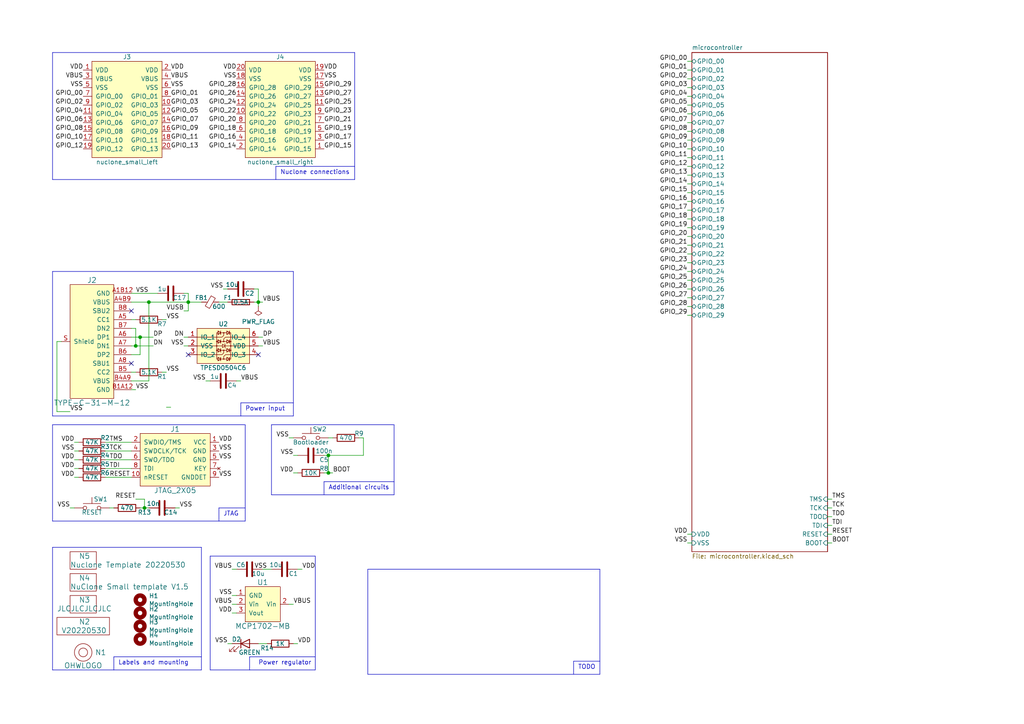
<source format=kicad_sch>
(kicad_sch (version 20230121) (generator eeschema)
  (paper "A4")
  (lib_symbols
    (symbol "Device:C" (pin_numbers hide) (pin_names (offset 0.254))
      (property "Reference" "C" (at 0.635 2.54 0))
      (property "Value" "C" (at 0.635 -2.54 0))
      (symbol "C_0_1"
        (polyline (pts (xy -2.032 -0.762) (xy 2.032 -0.762)) (stroke (width 0.508)))
        (polyline (pts (xy -2.032 0.762) (xy 2.032 0.762)) (stroke (width 0.508)))
      )
      (symbol "C_1_1"
        (pin passive line (at 0 3.81 270) (length 2.794) (name "~") (number "1"))
        (pin passive line (at 0 -3.81 90) (length 2.794) (name "~") (number "2"))
      )
    )
    (symbol "Device:FerriteBead_Small" (pin_numbers hide) (pin_names (offset 0))
      (property "Reference" "FB" (at 1.905 1.27 0))
      (property "Value" "FerriteBead_Small" (at 1.905 -1.27 0))
      (symbol "FerriteBead_Small_0_1"
        (polyline (pts (xy 0 -1.27) (xy 0 -0.7874)))
        (polyline (pts (xy 0 0.889) (xy 0 1.2954)))
        (polyline (pts (xy -1.8288 0.2794) (xy -1.1176 1.4986) (xy 1.8288 -0.2032) (xy 1.1176 -1.4224) (xy -1.8288 0.2794)))
      )
      (symbol "FerriteBead_Small_1_1"
        (pin passive line (at 0 2.54 270) (length 1.27) (name "~") (number "1"))
        (pin passive line (at 0 -2.54 90) (length 1.27) (name "~") (number "2"))
      )
    )
    (symbol "Device:Fuse" (pin_numbers hide) (pin_names (offset 0))
      (property "Reference" "F" (at 2.032 0 90))
      (property "Value" "Fuse" (at -1.905 0 90))
      (symbol "Fuse_0_1"
        (rectangle (start -0.762 -2.54) (end 0.762 2.54) (stroke (width 0.254)))
        (polyline (pts (xy 0 2.54) (xy 0 -2.54)))
      )
      (symbol "Fuse_1_1"
        (pin passive line (at 0 3.81 270) (length 1.27) (name "~") (number "1"))
        (pin passive line (at 0 -3.81 90) (length 1.27) (name "~") (number "2"))
      )
    )
    (symbol "Device:LED" (pin_numbers hide) (pin_names (offset 1.016) hide)
      (property "Reference" "D" (at 0 2.54 0))
      (property "Value" "LED" (at 0 -2.54 0))
      (symbol "LED_0_1"
        (polyline (pts (xy -1.27 -1.27) (xy -1.27 1.27)) (stroke (width 0.254)))
        (polyline (pts (xy -1.27 0) (xy 1.27 0)))
        (polyline (pts (xy 1.27 -1.27) (xy 1.27 1.27) (xy -1.27 0) (xy 1.27 -1.27)) (stroke (width 0.254)))
        (polyline (pts (xy -3.048 -0.762) (xy -4.572 -2.286) (xy -3.81 -2.286) (xy -4.572 -2.286) (xy -4.572 -1.524)))
        (polyline (pts (xy -1.778 -0.762) (xy -3.302 -2.286) (xy -2.54 -2.286) (xy -3.302 -2.286) (xy -3.302 -1.524)))
      )
      (symbol "LED_1_1"
        (pin passive line (at -3.81 0 0) (length 2.54) (name "K") (number "1"))
        (pin passive line (at 3.81 0 180) (length 2.54) (name "A") (number "2"))
      )
    )
    (symbol "Device:R" (pin_numbers hide) (pin_names (offset 0))
      (property "Reference" "R" (at 2.032 0 90))
      (property "Value" "R" (at 0 0 90))
      (symbol "R_0_1"
        (rectangle (start -1.016 -2.54) (end 1.016 2.54) (stroke (width 0.254)))
      )
      (symbol "R_1_1"
        (pin passive line (at 0 3.81 270) (length 1.27) (name "~") (number "1"))
        (pin passive line (at 0 -3.81 90) (length 1.27) (name "~") (number "2"))
      )
    )
    (symbol "Mechanical:MountingHole" (pin_names (offset 1.016))
      (property "Reference" "H" (at 0 5.08 0))
      (property "Value" "MountingHole" (at 0 3.175 0))
      (symbol "MountingHole_0_1"
        (circle (center 0 0) (radius 1.27) (stroke (width 1.27)))
      )
    )
    (symbol "SquantorConnectorsNamed:JTAG_2X05_IN" (pin_names (offset 1.016))
      (property "Reference" "J" (at 0 8.89 0))
      (property "Value" "JTAG_2X05_IN" (at 0 -8.89 0))
      (symbol "JTAG_2X05_IN_0_1"
        (rectangle (start -10.16 7.62) (end 10.16 -7.62) (fill (type background)))
      )
      (symbol "JTAG_2X05_IN_1_1"
        (pin power_in line (at 12.7 5.08 180) (length 2.54) (name "VCC") (number "1"))
        (pin open_collector line (at -12.7 -5.08 0) (length 2.54) (name "nRESET") (number "10"))
        (pin bidirectional line (at -12.7 5.08 0) (length 2.54) (name "SWDIO/TMS") (number "2"))
        (pin power_in line (at 12.7 2.54 180) (length 2.54) (name "GND") (number "3"))
        (pin output line (at -12.7 2.54 0) (length 2.54) (name "SWDCLK/TCK") (number "4"))
        (pin power_in line (at 12.7 0 180) (length 2.54) (name "GND") (number "5"))
        (pin output line (at -12.7 0 0) (length 2.54) (name "SWO/TDO") (number "6"))
        (pin no_connect line (at 12.7 -2.54 180) (length 2.54) (name "KEY") (number "7"))
        (pin input line (at -12.7 -2.54 0) (length 2.54) (name "TDI") (number "8"))
        (pin power_in line (at 12.7 -5.08 180) (length 2.54) (name "GNDDET") (number "9"))
      )
    )
    (symbol "SquantorConnectorsNamed:nuclone_small_left" (pin_names (offset 1.016))
      (property "Reference" "J" (at 0 15.24 0))
      (property "Value" "nuclone_small_left" (at 0 -15.24 0))
      (symbol "nuclone_small_left_0_1"
        (rectangle (start -10.16 13.97) (end 10.16 -13.97) (fill (type background)))
      )
      (symbol "nuclone_small_left_1_1"
        (pin power_in line (at -12.7 11.43 0) (length 2.54) (name "VDD") (number "1"))
        (pin bidirectional line (at 12.7 1.27 180) (length 2.54) (name "GPIO_03") (number "10"))
        (pin bidirectional line (at -12.7 -1.27 0) (length 2.54) (name "GPIO_04") (number "11"))
        (pin bidirectional line (at 12.7 -1.27 180) (length 2.54) (name "GPIO_05") (number "12"))
        (pin bidirectional line (at -12.7 -3.81 0) (length 2.54) (name "GPIO_06") (number "13"))
        (pin bidirectional line (at 12.7 -3.81 180) (length 2.54) (name "GPIO_07") (number "14"))
        (pin bidirectional line (at -12.7 -6.35 0) (length 2.54) (name "GPIO_08") (number "15"))
        (pin bidirectional line (at 12.7 -6.35 180) (length 2.54) (name "GPIO_09") (number "16"))
        (pin bidirectional line (at -12.7 -8.89 0) (length 2.54) (name "GPIO_10") (number "17"))
        (pin bidirectional line (at 12.7 -8.89 180) (length 2.54) (name "GPIO_11") (number "18"))
        (pin bidirectional line (at -12.7 -11.43 0) (length 2.54) (name "GPIO_12") (number "19"))
        (pin power_in line (at 12.7 11.43 180) (length 2.54) (name "VDD") (number "2"))
        (pin bidirectional line (at 12.7 -11.43 180) (length 2.54) (name "GPIO_13") (number "20"))
        (pin power_in line (at -12.7 8.89 0) (length 2.54) (name "VBUS") (number "3"))
        (pin power_in line (at 12.7 8.89 180) (length 2.54) (name "VBUS") (number "4"))
        (pin power_in line (at -12.7 6.35 0) (length 2.54) (name "VSS") (number "5"))
        (pin power_in line (at 12.7 6.35 180) (length 2.54) (name "VSS") (number "6"))
        (pin bidirectional line (at -12.7 3.81 0) (length 2.54) (name "GPIO_00") (number "7"))
        (pin bidirectional line (at 12.7 3.81 180) (length 2.54) (name "GPIO_01") (number "8"))
        (pin bidirectional line (at -12.7 1.27 0) (length 2.54) (name "GPIO_02") (number "9"))
      )
    )
    (symbol "SquantorConnectorsNamed:nuclone_small_right" (pin_names (offset 1.016))
      (property "Reference" "J" (at 0 -15.24 0))
      (property "Value" "nuclone_small_right" (at 0 15.24 0))
      (symbol "nuclone_small_right_0_1"
        (rectangle (start 10.16 -13.97) (end -10.16 13.97) (fill (type background)))
      )
      (symbol "nuclone_small_right_1_1"
        (pin bidirectional line (at 12.7 -11.43 180) (length 2.54) (name "GPIO_15") (number "1"))
        (pin bidirectional line (at -12.7 -1.27 0) (length 2.54) (name "GPIO_22") (number "10"))
        (pin bidirectional line (at 12.7 1.27 180) (length 2.54) (name "GPIO_25") (number "11"))
        (pin bidirectional line (at -12.7 1.27 0) (length 2.54) (name "GPIO_24") (number "12"))
        (pin bidirectional line (at 12.7 3.81 180) (length 2.54) (name "GPIO_27") (number "13"))
        (pin bidirectional line (at -12.7 3.81 0) (length 2.54) (name "GPIO_26") (number "14"))
        (pin bidirectional line (at 12.7 6.35 180) (length 2.54) (name "GPIO_29") (number "15"))
        (pin bidirectional line (at -12.7 6.35 0) (length 2.54) (name "GPIO_28") (number "16"))
        (pin power_in line (at 12.7 8.89 180) (length 2.54) (name "VSS") (number "17"))
        (pin power_in line (at -12.7 8.89 0) (length 2.54) (name "VSS") (number "18"))
        (pin power_in line (at 12.7 11.43 180) (length 2.54) (name "VDD") (number "19"))
        (pin bidirectional line (at -12.7 -11.43 0) (length 2.54) (name "GPIO_14") (number "2"))
        (pin power_in line (at -12.7 11.43 0) (length 2.54) (name "VDD") (number "20"))
        (pin bidirectional line (at 12.7 -8.89 180) (length 2.54) (name "GPIO_17") (number "3"))
        (pin bidirectional line (at -12.7 -8.89 0) (length 2.54) (name "GPIO_16") (number "4"))
        (pin bidirectional line (at 12.7 -6.35 180) (length 2.54) (name "GPIO_19") (number "5"))
        (pin bidirectional line (at -12.7 -6.35 0) (length 2.54) (name "GPIO_18") (number "6"))
        (pin bidirectional line (at 12.7 -3.81 180) (length 2.54) (name "GPIO_21") (number "7"))
        (pin bidirectional line (at -12.7 -3.81 0) (length 2.54) (name "GPIO_20") (number "8"))
        (pin bidirectional line (at 12.7 -1.27 180) (length 2.54) (name "GPIO_23") (number "9"))
      )
    )
    (symbol "SquantorDevice:TVS_4_Array" (pin_names (offset 1.016))
      (property "Reference" "U" (at 0 7.62 0))
      (property "Value" "TVS_4_Array" (at 0 -5.08 0))
      (symbol "TVS_4_Array_0_1"
        (rectangle (start -7.62 6.35) (end 7.62 -3.81) (fill (type background)))
        (circle (center -1.905 0) (radius 0.127))
        (circle (center -1.905 1.27) (radius 0.127))
        (circle (center -1.905 2.54) (radius 0.127))
        (polyline (pts (xy -7.62 1.27) (xy -0.254 1.27)))
        (polyline (pts (xy -1.905 5.08) (xy -1.905 -2.54)))
        (polyline (pts (xy -1.524 -2.54) (xy -1.905 -2.54)))
        (polyline (pts (xy -1.524 0) (xy -1.905 0)))
        (polyline (pts (xy -1.524 2.54) (xy -1.905 2.54)))
        (polyline (pts (xy -1.524 5.08) (xy -1.905 5.08)))
        (polyline (pts (xy -0.762 -2.54) (xy 1.016 -2.54)))
        (polyline (pts (xy -0.762 -2.032) (xy -0.762 -3.048)))
        (polyline (pts (xy -0.762 -2.032) (xy -0.762 -3.048)))
        (polyline (pts (xy -0.762 0) (xy 1.016 0)))
        (polyline (pts (xy -0.762 0.508) (xy -0.762 -0.508)))
        (polyline (pts (xy -0.762 0.508) (xy -0.762 -0.508)))
        (polyline (pts (xy -0.762 2.54) (xy 1.016 2.54)))
        (polyline (pts (xy -0.762 3.048) (xy -0.762 2.032)))
        (polyline (pts (xy -0.762 3.048) (xy -0.762 2.032)))
        (polyline (pts (xy -0.762 5.08) (xy 1.016 5.08)))
        (polyline (pts (xy -0.762 5.588) (xy -0.762 4.572)))
        (polyline (pts (xy -0.762 5.588) (xy -0.762 4.572)))
        (polyline (pts (xy 0.508 1.27) (xy 7.62 1.27)))
        (polyline (pts (xy 1.778 -2.54) (xy 2.159 -2.54)))
        (polyline (pts (xy 1.778 -2.032) (xy 1.778 -3.048)))
        (polyline (pts (xy 1.778 -2.032) (xy 1.778 -3.048)))
        (polyline (pts (xy 1.778 0) (xy 2.159 0)))
        (polyline (pts (xy 1.778 0.508) (xy 1.778 -0.508)))
        (polyline (pts (xy 1.778 0.508) (xy 1.778 -0.508)))
        (polyline (pts (xy 1.778 2.54) (xy 2.159 2.54)))
        (polyline (pts (xy 1.778 3.048) (xy 1.778 2.032)))
        (polyline (pts (xy 1.778 3.048) (xy 1.778 2.032)))
        (polyline (pts (xy 1.778 5.08) (xy 2.159 5.08)))
        (polyline (pts (xy 1.778 5.588) (xy 1.778 4.572)))
        (polyline (pts (xy 1.778 5.588) (xy 1.778 4.572)))
        (polyline (pts (xy 2.159 5.08) (xy 2.159 -2.54)))
        (polyline (pts (xy 0.508 1.27) (xy 0.508 0.762) (xy 0.635 0.635)))
        (polyline (pts (xy 0.508 1.27) (xy 0.508 1.778) (xy 0.381 1.905)))
        (polyline (pts (xy -7.62 -1.27) (xy -0.381 -1.27) (xy 0.127 -0.762) (xy 0.127 0)))
        (polyline (pts (xy -7.62 3.81) (xy -0.381 3.81) (xy 0.127 4.318) (xy 0.127 5.08)))
        (polyline (pts (xy 0.508 1.27) (xy -0.254 1.778) (xy -0.254 0.762) (xy 0.508 1.27)))
        (polyline (pts (xy 7.62 -1.27) (xy 0.635 -1.27) (xy 0.127 -1.778) (xy 0.127 -2.413)))
        (polyline (pts (xy 7.62 3.81) (xy 0.635 3.81) (xy 0.127 3.302) (xy 0.127 2.667)))
        (circle (center 0.127 -2.54) (radius 0.127))
        (circle (center 0.127 0) (radius 0.127))
        (circle (center 0.127 2.54) (radius 0.127))
        (circle (center 0.127 5.08) (radius 0.127))
        (circle (center 2.159 0) (radius 0.127))
        (circle (center 2.159 1.27) (radius 0.127))
        (circle (center 2.159 2.54) (radius 0.127))
      )
      (symbol "TVS_4_Array_1_1"
        (polyline (pts (xy -0.762 -2.54) (xy -1.524 -2.032) (xy -1.524 -3.048) (xy -0.762 -2.54)))
        (polyline (pts (xy -0.762 -2.54) (xy -1.524 -2.032) (xy -1.524 -3.048) (xy -0.762 -2.54)))
        (polyline (pts (xy -0.762 0) (xy -1.524 0.508) (xy -1.524 -0.508) (xy -0.762 0)))
        (polyline (pts (xy -0.762 0) (xy -1.524 0.508) (xy -1.524 -0.508) (xy -0.762 0)))
        (polyline (pts (xy -0.762 2.54) (xy -1.524 3.048) (xy -1.524 2.032) (xy -0.762 2.54)))
        (polyline (pts (xy -0.762 2.54) (xy -1.524 3.048) (xy -1.524 2.032) (xy -0.762 2.54)))
        (polyline (pts (xy -0.762 5.08) (xy -1.524 5.588) (xy -1.524 4.572) (xy -0.762 5.08)))
        (polyline (pts (xy -0.762 5.08) (xy -1.524 5.588) (xy -1.524 4.572) (xy -0.762 5.08)))
        (polyline (pts (xy 1.778 -2.54) (xy 1.016 -2.032) (xy 1.016 -3.048) (xy 1.778 -2.54)))
        (polyline (pts (xy 1.778 -2.54) (xy 1.016 -2.032) (xy 1.016 -3.048) (xy 1.778 -2.54)))
        (polyline (pts (xy 1.778 0) (xy 1.016 0.508) (xy 1.016 -0.508) (xy 1.778 0)))
        (polyline (pts (xy 1.778 0) (xy 1.016 0.508) (xy 1.016 -0.508) (xy 1.778 0)))
        (polyline (pts (xy 1.778 2.54) (xy 1.016 3.048) (xy 1.016 2.032) (xy 1.778 2.54)))
        (polyline (pts (xy 1.778 2.54) (xy 1.016 3.048) (xy 1.016 2.032) (xy 1.778 2.54)))
        (polyline (pts (xy 1.778 5.08) (xy 1.016 5.588) (xy 1.016 4.572) (xy 1.778 5.08)))
        (polyline (pts (xy 1.778 5.08) (xy 1.016 5.588) (xy 1.016 4.572) (xy 1.778 5.08)))
        (pin passive line (at -10.16 3.81 0) (length 2.54) (name "IO_1") (number "1"))
        (pin power_in line (at -10.16 1.27 0) (length 2.54) (name "VSS") (number "2"))
        (pin passive line (at -10.16 -1.27 0) (length 2.54) (name "IO_2") (number "3"))
        (pin passive line (at 10.16 -1.27 180) (length 2.54) (name "IO_3") (number "4"))
        (pin power_in line (at 10.16 1.27 180) (length 2.54) (name "VDD") (number "5"))
        (pin passive line (at 10.16 3.81 180) (length 2.54) (name "IO_4") (number "6"))
      )
    )
    (symbol "SquantorLabels:Label" (pin_names (offset 1.016))
      (property "Reference" "N" (at 0 1.27 0))
      (property "Value" "Label" (at 0 -1.27 0))
      (symbol "Label_0_1"
        (rectangle (start -3.81 2.54) (end 3.81 -2.54))
      )
    )
    (symbol "SquantorLabels:OHWLOGO" (pin_names (offset 1.016))
      (property "Reference" "N" (at 0 3.81 0))
      (property "Value" "OHWLOGO" (at 0 -3.81 0))
      (symbol "OHWLOGO_0_1"
        (circle (center 0 0) (radius 1.27))
        (circle (center 0 0) (radius 2.54))
      )
    )
    (symbol "SquantorLabels:VYYYYMMDD" (pin_names (offset 1.016))
      (property "Reference" "N" (at 0 2.54 0))
      (property "Value" "VYYYYMMDD" (at 0 0 0))
      (symbol "VYYYYMMDD_0_1"
        (rectangle (start 7.62 -1.27) (end -7.62 3.81))
      )
    )
    (symbol "SquantorMicrochip:MCP1702-MB" (pin_names (offset 1.016))
      (property "Reference" "U" (at 0 6.35 0))
      (property "Value" "MCP1702-MB" (at 0 -6.35 0))
      (symbol "MCP1702-MB_0_1"
        (rectangle (start -5.08 5.08) (end 5.08 -5.08) (fill (type background)))
      )
      (symbol "MCP1702-MB_1_1"
        (pin power_in line (at -7.62 2.54 0) (length 2.54) (name "GND") (number "1"))
        (pin power_in line (at -7.62 0 0) (length 2.54) (name "Vin") (number "2"))
        (pin power_in line (at 7.62 0 180) (length 2.54) (name "Vin") (number "2"))
        (pin power_out line (at -7.62 -2.54 0) (length 2.54) (name "Vout") (number "3"))
      )
    )
    (symbol "SquantorUsb:USB-C_PD_USB" (pin_names (offset 1.016))
      (property "Reference" "J" (at 0 17.78 0))
      (property "Value" "USB-C_PD_USB" (at 0 -17.78 0))
      (symbol "USB-C_PD_USB_0_1"
        (rectangle (start 6.35 16.51) (end -6.35 -16.51) (fill (type background)))
      )
      (symbol "USB-C_PD_USB_1_1"
        (pin power_out line (at 11.43 13.97 180) (length 5.08) (name "GND") (number "A1B12"))
        (pin power_out line (at 11.43 11.43 180) (length 5.08) (name "VBUS") (number "A4B9"))
        (pin bidirectional line (at 11.43 6.35 180) (length 5.08) (name "CC1") (number "A5"))
        (pin bidirectional line (at 11.43 1.27 180) (length 5.08) (name "DP1") (number "A6"))
        (pin bidirectional line (at 11.43 -1.27 180) (length 5.08) (name "DN1") (number "A7"))
        (pin bidirectional line (at 11.43 -6.35 180) (length 5.08) (name "SBU1") (number "A8"))
        (pin passive line (at 11.43 -13.97 180) (length 5.08) (name "GND") (number "B1A12"))
        (pin passive line (at 11.43 -11.43 180) (length 5.08) (name "VBUS") (number "B4A9"))
        (pin bidirectional line (at 11.43 -8.89 180) (length 5.08) (name "CC2") (number "B5"))
        (pin bidirectional line (at 11.43 -3.81 180) (length 5.08) (name "DP2") (number "B6"))
        (pin bidirectional line (at 11.43 3.81 180) (length 5.08) (name "DN2") (number "B7"))
        (pin bidirectional line (at 11.43 8.89 180) (length 5.08) (name "SBU2") (number "B8"))
        (pin passive line (at -8.89 0 0) (length 2.54) (name "Shield") (number "S"))
      )
    )
    (symbol "Switch:SW_Push" (pin_numbers hide) (pin_names (offset 1.016) hide)
      (property "Reference" "SW" (at 1.27 2.54 0))
      (property "Value" "SW_Push" (at 0 -1.524 0))
      (symbol "SW_Push_0_1"
        (circle (center -2.032 0) (radius 0.508))
        (polyline (pts (xy 0 1.27) (xy 0 3.048)))
        (polyline (pts (xy 2.54 1.27) (xy -2.54 1.27)))
        (circle (center 2.032 0) (radius 0.508))
        (pin passive line (at -5.08 0 0) (length 2.54) (name "1") (number "1"))
        (pin passive line (at 5.08 0 180) (length 2.54) (name "2") (number "2"))
      )
    )
    (symbol "power:PWR_FLAG" (power) (pin_numbers hide) (pin_names (offset 0) hide)
      (property "Value" "PWR_FLAG" (at 0 3.81 0))
      (symbol "PWR_FLAG_0_0"
        (pin power_out line (at 0 0 90) (length 0) (name "pwr") (number "1"))
      )
      (symbol "PWR_FLAG_0_1"
        (polyline (pts (xy 0 0) (xy 0 1.27) (xy -1.016 1.905) (xy 0 2.54) (xy 1.016 1.905) (xy 0 1.27)))
      )
    )
  )
  (junction (at 40.64 97.79))
  (junction (at 43.18 87.63))
  (junction (at 95.25 137.16))
  (junction (at 41.91 147.32))
  (junction (at 74.93 87.63))
  (junction (at 54.61 87.63))
  (junction (at 39.37 100.33))
  (junction (at 95.25 132.08))
  (no_connect (at 74.93 102.87))
  (no_connect (at 38.1 90.17))
  (no_connect (at 38.1 105.41))
  (no_connect (at 54.61 102.87))
  (wire (pts (xy 200.66 20.32) (xy 199.39 20.32)))
  (wire (pts (xy 68.58 175.26) (xy 67.31 175.26)))
  (wire (pts (xy 199.39 33.02) (xy 200.66 33.02)))
  (polyline (pts (xy 15.24 151.13) (xy 71.12 151.13)))
  (wire (pts (xy 200.66 35.56) (xy 199.39 35.56)))
  (wire (pts (xy 240.03 157.48) (xy 241.3 157.48)))
  (wire (pts (xy 16.51 99.06) (xy 16.51 119.38)))
  (polyline (pts (xy 106.68 165.1) (xy 173.99 165.1)))
  (polyline (pts (xy 15.24 194.31) (xy 58.42 194.31)))
  (wire (pts (xy 200.66 30.48) (xy 199.39 30.48)))
  (polyline (pts (xy 72.39 190.5) (xy 72.39 194.31)))
  (wire (pts (xy 31.75 147.32) (xy 33.02 147.32)))
  (wire (pts (xy 46.99 107.95) (xy 48.26 107.95)))
  (polyline (pts (xy 78.74 123.19) (xy 78.74 143.51)))
  (polyline (pts (xy 80.01 48.26) (xy 80.01 52.07)))
  (wire (pts (xy 30.48 138.43) (xy 38.1 138.43)))
  (polyline (pts (xy 15.24 158.75) (xy 15.24 194.31)))
  (wire (pts (xy 76.2 97.79) (xy 74.93 97.79)))
  (wire (pts (xy 199.39 38.1) (xy 200.66 38.1)))
  (wire (pts (xy 39.37 95.25) (xy 39.37 100.33)))
  (polyline (pts (xy 85.09 116.84) (xy 69.85 116.84)))
  (wire (pts (xy 67.31 186.69) (xy 66.04 186.69)))
  (polyline (pts (xy 71.12 151.13) (xy 71.12 123.19)))
  (polyline (pts (xy 71.12 147.32) (xy 63.5 147.32)))
  (wire (pts (xy 30.48 128.27) (xy 38.1 128.27)))
  (polyline (pts (xy 102.87 48.26) (xy 80.01 48.26)))
  (wire (pts (xy 41.91 147.32) (xy 43.18 147.32)))
  (polyline (pts (xy 15.24 52.07) (xy 102.87 52.07)))
  (wire (pts (xy 38.1 85.09) (xy 45.72 85.09)))
  (polyline (pts (xy 60.96 194.31) (xy 91.44 194.31)))
  (polyline (pts (xy 106.68 195.58) (xy 106.68 165.1)))
  (wire (pts (xy 73.66 83.82) (xy 74.93 83.82)))
  (wire (pts (xy 39.37 107.95) (xy 38.1 107.95)))
  (polyline (pts (xy 71.12 123.19) (xy 15.24 123.19)))
  (polyline (pts (xy 173.99 165.1) (xy 173.99 195.58)))
  (wire (pts (xy 105.41 132.08) (xy 95.25 132.08)))
  (wire (pts (xy 53.34 90.17) (xy 54.61 90.17)))
  (polyline (pts (xy 114.3 139.7) (xy 93.98 139.7)))
  (wire (pts (xy 53.34 100.33) (xy 54.61 100.33)))
  (wire (pts (xy 95.25 137.16) (xy 95.25 132.08)))
  (wire (pts (xy 105.41 127) (xy 105.41 132.08)))
  (wire (pts (xy 199.39 83.82) (xy 200.66 83.82)))
  (wire (pts (xy 22.86 135.89) (xy 21.59 135.89)))
  (wire (pts (xy 54.61 85.09) (xy 54.61 87.63)))
  (wire (pts (xy 85.09 175.26) (xy 83.82 175.26)))
  (wire (pts (xy 30.48 133.35) (xy 38.1 133.35)))
  (wire (pts (xy 67.31 165.1) (xy 68.58 165.1)))
  (wire (pts (xy 44.45 100.33) (xy 39.37 100.33)))
  (polyline (pts (xy 102.87 52.07) (xy 102.87 15.24)))
  (polyline (pts (xy 93.98 139.7) (xy 93.98 143.51)))
  (wire (pts (xy 22.86 130.81) (xy 21.59 130.81)))
  (polyline (pts (xy 15.24 123.19) (xy 15.24 151.13)))
  (wire (pts (xy 74.93 83.82) (xy 74.93 87.63)))
  (wire (pts (xy 85.09 137.16) (xy 86.36 137.16)))
  (wire (pts (xy 199.39 73.66) (xy 200.66 73.66)))
  (wire (pts (xy 38.1 95.25) (xy 39.37 95.25)))
  (polyline (pts (xy 114.3 123.19) (xy 78.74 123.19)))
  (wire (pts (xy 199.39 88.9) (xy 200.66 88.9)))
  (wire (pts (xy 240.03 144.78) (xy 241.3 144.78)))
  (wire (pts (xy 200.66 76.2) (xy 199.39 76.2)))
  (polyline (pts (xy 15.24 15.24) (xy 15.24 52.07)))
  (wire (pts (xy 76.2 87.63) (xy 74.93 87.63)))
  (wire (pts (xy 104.14 127) (xy 105.41 127)))
  (wire (pts (xy 21.59 138.43) (xy 22.86 138.43)))
  (wire (pts (xy 30.48 130.81) (xy 38.1 130.81)))
  (wire (pts (xy 74.93 87.63) (xy 73.66 87.63)))
  (wire (pts (xy 54.61 90.17) (xy 54.61 87.63)))
  (polyline (pts (xy 60.96 161.29) (xy 60.96 194.31)))
  (wire (pts (xy 54.61 97.79) (xy 53.34 97.79)))
  (wire (pts (xy 41.91 144.78) (xy 41.91 147.32)))
  (wire (pts (xy 53.34 85.09) (xy 54.61 85.09)))
  (wire (pts (xy 83.82 127) (xy 85.09 127)))
  (wire (pts (xy 16.51 119.38) (xy 20.32 119.38)))
  (wire (pts (xy 44.45 97.79) (xy 40.64 97.79)))
  (wire (pts (xy 93.98 137.16) (xy 95.25 137.16)))
  (wire (pts (xy 240.03 154.94) (xy 241.3 154.94)))
  (wire (pts (xy 200.66 40.64) (xy 199.39 40.64)))
  (wire (pts (xy 40.64 102.87) (xy 38.1 102.87)))
  (wire (pts (xy 38.1 97.79) (xy 40.64 97.79)))
  (wire (pts (xy 95.25 127) (xy 96.52 127)))
  (wire (pts (xy 95.25 132.08) (xy 93.98 132.08)))
  (polyline (pts (xy 58.42 190.5) (xy 33.02 190.5)))
  (wire (pts (xy 21.59 133.35) (xy 22.86 133.35)))
  (wire (pts (xy 200.66 55.88) (xy 199.39 55.88)))
  (wire (pts (xy 241.3 147.32) (xy 240.03 147.32)))
  (wire (pts (xy 48.26 92.71) (xy 46.99 92.71)))
  (polyline (pts (xy 91.44 161.29) (xy 60.96 161.29)))
  (polyline (pts (xy 85.09 78.74) (xy 15.24 78.74)))
  (wire (pts (xy 64.77 83.82) (xy 66.04 83.82)))
  (wire (pts (xy 63.5 87.63) (xy 66.04 87.63)))
  (wire (pts (xy 240.03 149.86) (xy 241.3 149.86)))
  (polyline (pts (xy 63.5 147.32) (xy 63.5 151.13)))
  (wire (pts (xy 200.66 157.48) (xy 199.39 157.48)))
  (wire (pts (xy 43.18 87.63) (xy 54.61 87.63)))
  (wire (pts (xy 52.07 147.32) (xy 50.8 147.32)))
  (wire (pts (xy 38.1 87.63) (xy 43.18 87.63)))
  (wire (pts (xy 69.85 110.49) (xy 68.58 110.49)))
  (wire (pts (xy 39.37 100.33) (xy 38.1 100.33)))
  (wire (pts (xy 38.1 110.49) (xy 43.18 110.49)))
  (wire (pts (xy 85.09 132.08) (xy 86.36 132.08)))
  (wire (pts (xy 21.59 128.27) (xy 22.86 128.27)))
  (wire (pts (xy 200.66 66.04) (xy 199.39 66.04)))
  (polyline (pts (xy 91.44 190.5) (xy 72.39 190.5)))
  (polyline (pts (xy 15.24 78.74) (xy 15.24 120.65)))
  (wire (pts (xy 199.39 78.74) (xy 200.66 78.74)))
  (wire (pts (xy 199.39 68.58) (xy 200.66 68.58)))
  (wire (pts (xy 241.3 152.4) (xy 240.03 152.4)))
  (wire (pts (xy 38.1 92.71) (xy 39.37 92.71)))
  (wire (pts (xy 199.39 48.26) (xy 200.66 48.26)))
  (polyline (pts (xy 102.87 15.24) (xy 15.24 15.24)))
  (wire (pts (xy 199.39 27.94) (xy 200.66 27.94)))
  (wire (pts (xy 20.32 147.32) (xy 21.59 147.32)))
  (polyline (pts (xy 58.42 194.31) (xy 58.42 158.75)))
  (wire (pts (xy 199.39 58.42) (xy 200.66 58.42)))
  (polyline (pts (xy 33.02 190.5) (xy 33.02 194.31)))
  (wire (pts (xy 199.39 22.86) (xy 200.66 22.86)))
  (polyline (pts (xy 85.09 78.74) (xy 85.09 120.65)))
  (wire (pts (xy 200.66 71.12) (xy 199.39 71.12)))
  (wire (pts (xy 67.31 172.72) (xy 68.58 172.72)))
  (wire (pts (xy 76.2 165.1) (xy 78.74 165.1)))
  (wire (pts (xy 39.37 144.78) (xy 41.91 144.78)))
  (wire (pts (xy 200.66 45.72) (xy 199.39 45.72)))
  (polyline (pts (xy 166.37 195.58) (xy 166.37 191.77)))
  (wire (pts (xy 49.53 118.11) (xy 48.26 118.11)))
  (wire (pts (xy 86.36 165.1) (xy 87.63 165.1)))
  (wire (pts (xy 199.39 17.78) (xy 200.66 17.78)))
  (wire (pts (xy 200.66 50.8) (xy 199.39 50.8)))
  (wire (pts (xy 200.66 25.4) (xy 199.39 25.4)))
  (wire (pts (xy 17.78 99.06) (xy 16.51 99.06)))
  (wire (pts (xy 86.36 186.69) (xy 85.09 186.69)))
  (wire (pts (xy 40.64 97.79) (xy 40.64 102.87)))
  (wire (pts (xy 74.93 88.9) (xy 74.93 87.63)))
  (wire (pts (xy 74.93 100.33) (xy 76.2 100.33)))
  (polyline (pts (xy 69.85 116.84) (xy 69.85 120.65)))
  (polyline (pts (xy 58.42 158.75) (xy 15.24 158.75)))
  (wire (pts (xy 199.39 154.94) (xy 200.66 154.94)))
  (wire (pts (xy 200.66 81.28) (xy 199.39 81.28)))
  (wire (pts (xy 39.37 113.03) (xy 38.1 113.03)))
  (wire (pts (xy 67.31 177.8) (xy 68.58 177.8)))
  (polyline (pts (xy 91.44 194.31) (xy 91.44 161.29)))
  (polyline (pts (xy 78.74 143.51) (xy 114.3 143.51)))
  (polyline (pts (xy 15.24 120.65) (xy 85.09 120.65)))
  (wire (pts (xy 54.61 87.63) (xy 58.42 87.63)))
  (wire (pts (xy 95.25 137.16) (xy 96.52 137.16)))
  (wire (pts (xy 77.47 186.69) (xy 74.93 186.69)))
  (wire (pts (xy 199.39 43.18) (xy 200.66 43.18)))
  (wire (pts (xy 40.64 147.32) (xy 41.91 147.32)))
  (wire (pts (xy 200.66 91.44) (xy 199.39 91.44)))
  (wire (pts (xy 200.66 60.96) (xy 199.39 60.96)))
  (wire (pts (xy 43.18 110.49) (xy 43.18 87.63)))
  (wire (pts (xy 199.39 53.34) (xy 200.66 53.34)))
  (wire (pts (xy 199.39 63.5) (xy 200.66 63.5)))
  (polyline (pts (xy 114.3 143.51) (xy 114.3 123.19)))
  (wire (pts (xy 30.48 135.89) (xy 38.1 135.89)))
  (polyline (pts (xy 173.99 195.58) (xy 106.68 195.58)))
  (polyline (pts (xy 166.37 191.77) (xy 173.99 191.77)))
  (wire (pts (xy 60.96 110.49) (xy 59.69 110.49)))
  (wire (pts (xy 200.66 86.36) (xy 199.39 86.36)))
  (text "Power input" (at 71.12 119.38 0) (effects (font (size 1.27 1.27)) (justify left bottom)))
  (text "Nuclone connections" (at 81.28 50.8 0) (effects (font (size 1.27 1.27)) (justify left bottom)))
  (text "Additional circuits" (at 95.25 142.24 0) (effects (font (size 1.27 1.27)) (justify left bottom)))
  (text "TODO" (at 167.64 194.31 0) (effects (font (size 1.27 1.27)) (justify left bottom)))
  (text "Power regulator" (at 74.93 193.04 0) (effects (font (size 1.27 1.27)) (justify left bottom)))
  (text "Labels and mounting" (at 34.29 193.04 0) (effects (font (size 1.27 1.27)) (justify left bottom)))
  (text "JTAG" (at 64.77 149.86 0) (effects (font (size 1.27 1.27)) (justify left bottom)))
  (label "VBUS" (at 76.2 100.33 0))
  (label "GPIO_28" (at 68.58 25.4 180))
  (label "GPIO_19" (at 199.39 66.04 180))
  (label "GPIO_15" (at 199.39 55.88 180))
  (label "GPIO_08" (at 199.39 38.1 180))
  (label "BOOT" (at 241.3 157.48 0))
  (label "GPIO_07" (at 199.39 35.56 180))
  (label "VBUS" (at 76.2 87.63 0))
  (label "VSS" (at 39.37 113.03 0))
  (label "DN" (at 44.45 100.33 0))
  (label "VBUS" (at 67.31 165.1 180))
  (label "RESET" (at 39.37 144.78 180))
  (label "GPIO_29" (at 93.98 25.4 0))
  (label "GPIO_18" (at 68.58 38.1 180))
  (label "TCK" (at 241.3 147.32 0))
  (label "VSS" (at 48.26 92.71 0))
  (label "GPIO_11" (at 49.53 40.64 0))
  (label "VSS" (at 66.04 186.69 180))
  (label "VDD" (at 67.31 177.8 180))
  (label "TMS" (at 31.75 128.27 0))
  (label "VDD" (at 93.98 20.32 0))
  (label "DN" (at 53.34 97.79 180))
  (label "GPIO_02" (at 199.39 22.86 180))
  (label "GPIO_19" (at 93.98 38.1 0))
  (label "TMS" (at 241.3 144.78 0))
  (label "GPIO_03" (at 49.53 30.48 0))
  (label "GPIO_09" (at 199.39 40.64 180))
  (label "VSS" (at 83.82 127 180))
  (label "VDD" (at 68.58 20.32 180))
  (label "GPIO_07" (at 49.53 35.56 0))
  (label "GPIO_16" (at 199.39 58.42 180))
  (label "VSS" (at 199.39 157.48 180))
  (label "GPIO_12" (at 24.13 43.18 180))
  (label "GPIO_23" (at 93.98 33.02 0))
  (label "GPIO_16" (at 68.58 40.64 180))
  (label "VSS" (at 64.77 83.82 180))
  (label "GPIO_02" (at 24.13 30.48 180))
  (label "GPIO_10" (at 24.13 40.64 180))
  (label "GPIO_26" (at 68.58 27.94 180))
  (label "VSS" (at 52.07 147.32 0))
  (label "GPIO_13" (at 49.53 43.18 0))
  (label "VDD" (at 21.59 133.35 180))
  (label "GPIO_27" (at 93.98 27.94 0))
  (label "VDD" (at 21.59 135.89 180))
  (label "GPIO_25" (at 93.98 30.48 0))
  (label "DP" (at 44.45 97.79 0))
  (label "GPIO_21" (at 93.98 35.56 0))
  (label "GPIO_25" (at 199.39 81.28 180))
  (label "GPIO_11" (at 199.39 45.72 180))
  (label "GPIO_05" (at 199.39 30.48 180))
  (label "GPIO_21" (at 199.39 71.12 180))
  (label "GPIO_20" (at 199.39 68.58 180))
  (label "GPIO_17" (at 199.39 60.96 180))
  (label "VSS" (at 63.5 138.43 0))
  (label "VSS" (at 20.32 147.32 180))
  (label "GPIO_28" (at 199.39 88.9 180))
  (label "GPIO_12" (at 199.39 48.26 180))
  (label "VSS" (at 85.09 132.08 180))
  (label "VSS" (at 93.98 22.86 0))
  (label "GPIO_14" (at 199.39 53.34 180))
  (label "GPIO_01" (at 49.53 27.94 0))
  (label "VSS" (at 77.47 165.1 180))
  (label "TDI" (at 241.3 152.4 0))
  (label "VDD" (at 87.63 165.1 0))
  (label "VSS" (at 63.5 130.81 0))
  (label "VDD" (at 85.09 137.16 180))
  (label "VSS" (at 59.69 110.49 180))
  (label "VDD" (at 49.53 20.32 0))
  (label "VDD" (at 199.39 154.94 180))
  (label "GPIO_09" (at 49.53 38.1 0))
  (label "VSS" (at 53.34 100.33 180))
  (label "TCK" (at 31.75 130.81 0))
  (label "VBUS" (at 49.53 22.86 0))
  (label "GPIO_26" (at 199.39 83.82 180))
  (label "TDI" (at 31.75 135.89 0))
  (label "VBUS" (at 69.85 110.49 0))
  (label "GPIO_15" (at 93.98 43.18 0))
  (label "VSS" (at 49.53 25.4 0))
  (label "GPIO_27" (at 199.39 86.36 180))
  (label "GPIO_14" (at 68.58 43.18 180))
  (label "GPIO_18" (at 199.39 63.5 180))
  (label "GPIO_22" (at 68.58 33.02 180))
  (label "GPIO_00" (at 24.13 27.94 180))
  (label "VDD" (at 21.59 138.43 180))
  (label "GPIO_22" (at 199.39 73.66 180))
  (label "GPIO_17" (at 93.98 40.64 0))
  (label "GPIO_24" (at 68.58 30.48 180))
  (label "GPIO_10" (at 199.39 43.18 180))
  (label "GPIO_24" (at 199.39 78.74 180))
  (label "GPIO_08" (at 24.13 38.1 180))
  (label "GPIO_03" (at 199.39 25.4 180))
  (label "VBUS" (at 85.09 175.26 0))
  (label "RESET" (at 241.3 154.94 0))
  (label "VSS" (at 20.32 119.38 0))
  (label "VDD" (at 24.13 20.32 180))
  (label "VSS" (at 68.58 22.86 180))
  (label "VSS" (at 39.37 85.09 0))
  (label "RESET" (at 31.75 138.43 0))
  (label "TDO" (at 241.3 149.86 0))
  (label "VSS" (at 21.59 130.81 180))
  (label "GPIO_04" (at 24.13 33.02 180))
  (label "VSS" (at 24.13 25.4 180))
  (label "VSS" (at 63.5 133.35 0))
  (label "GPIO_06" (at 199.39 33.02 180))
  (label "GPIO_20" (at 68.58 35.56 180))
  (label "TDO" (at 31.75 133.35 0))
  (label "VBUS" (at 67.31 175.26 180))
  (label "GPIO_06" (at 24.13 35.56 180))
  (label "DP" (at 76.2 97.79 0))
  (label "GPIO_13" (at 199.39 50.8 180))
  (label "VSS" (at 67.31 172.72 180))
  (label "VDD" (at 21.59 128.27 180))
  (label "GPIO_00" (at 199.39 17.78 180))
  (label "GPIO_23" (at 199.39 76.2 180))
  (label "GPIO_04" (at 199.39 27.94 180))
  (label "GPIO_29" (at 199.39 91.44 180))
  (label "BOOT" (at 96.52 137.16 0))
  (label "GPIO_05" (at 49.53 33.02 0))
  (label "VDD" (at 86.36 186.69 0))
  (label "VSS" (at 48.26 107.95 0))
  (label "VBUS" (at 24.13 22.86 180))
  (label "VUSB" (at 53.34 90.17 180))
  (label "VDD" (at 63.5 128.27 0))
  (label "GPIO_01" (at 199.39 20.32 180))
  (symbol (lib_id "SquantorLabels:OHWLOGO") (at 24.13 189.23 0) (unit 1)
    (property "Reference" "N1" (at 29.21 189.23 0) (effects (font (size 1.524 1.524))))
    (property "Value" "OHWLOGO" (at 24.13 193.04 0) (effects (font (size 1.524 1.524))))
    (property "Footprint" "Symbol:OSHW-Symbol_6.7x6mm_SilkScreen" (effects hide))
  )
  (symbol (lib_id "SquantorConnectorsNamed:JTAG_2X05_IN") (at 50.8 133.35 0) (unit 1)
    (property "Reference" "J1" (at 50.8 124.46 0) (effects (font (size 1.524 1.524))))
    (property "Value" "JTAG_2X05" (at 50.8 142.24 0) (effects (font (size 1.524 1.524))))
    (property "Footprint" "SquantorConnectors:Header-0127-2X05-H006" (effects hide))
  )
  (symbol (lib_id "Device:FerriteBead_Small") (at 60.96 87.63 270) (unit 1)
    (property "Reference" "FB1" (at 58.42 86.36 90))
    (property "Value" "600" (at 63.5 88.9 90))
    (property "Footprint" "SquantorInductor:L_0603" (effects hide))
  )
  (symbol (lib_id "Device:Fuse") (at 69.85 87.63 270) (unit 1)
    (property "Reference" "F1" (at 66.04 86.36 90))
    (property "Value" "0.5A" (at 69.85 87.63 90))
    (property "Footprint" "SquantorFuse:F_0603_hand" (effects hide))
  )
  (symbol (lib_id "Device:C") (at 69.85 83.82 90) (unit 1)
    (property "Reference" "C2" (at 72.39 85.09 90))
    (property "Value" "10u" (at 67.31 82.55 90))
    (property "Footprint" "SquantorCapacitor:C_0603" (effects hide))
  )
  (symbol (lib_id "power:PWR_FLAG") (at 74.93 88.9 180) (unit 1)
    (property "Reference" "#FLG01" (effects hide))
    (property "Value" "PWR_FLAG" (at 74.93 93.2942 0))
  )
  (symbol (lib_id "Mechanical:MountingHole") (at 40.64 185.42 0) (unit 1)
    (property "Reference" "H4" (at 43.18 184.2516 0) (effects (justify left)))
    (property "Value" "MountingHole" (at 43.18 186.563 0) (effects (justify left)))
    (property "Footprint" "SquantorPcbOutline:MountingHole_3.2mm_M3_Pad_Via" (effects hide))
  )
  (symbol (lib_id "Mechanical:MountingHole") (at 40.64 181.61 0) (unit 1)
    (property "Reference" "H3" (at 43.18 180.4416 0) (effects (justify left)))
    (property "Value" "MountingHole" (at 43.18 182.753 0) (effects (justify left)))
    (property "Footprint" "SquantorPcbOutline:MountingHole_3.2mm_M3_Pad_Via" (effects hide))
  )
  (symbol (lib_id "Mechanical:MountingHole") (at 40.64 177.8 0) (unit 1)
    (property "Reference" "H2" (at 43.18 176.6316 0) (effects (justify left)))
    (property "Value" "MountingHole" (at 43.18 178.943 0) (effects (justify left)))
    (property "Footprint" "SquantorPcbOutline:MountingHole_3.2mm_M3_Pad_Via" (effects hide))
  )
  (symbol (lib_id "Mechanical:MountingHole") (at 40.64 173.99 0) (unit 1)
    (property "Reference" "H1" (at 43.18 172.8216 0) (effects (justify left)))
    (property "Value" "MountingHole" (at 43.18 175.133 0) (effects (justify left)))
    (property "Footprint" "SquantorPcbOutline:MountingHole_3.2mm_M3_Pad_Via" (effects hide))
  )
  (symbol (lib_id "SquantorLabels:VYYYYMMDD") (at 24.13 182.88 0) (unit 1)
    (property "Reference" "N2" (at 22.86 180.34 0) (effects (font (size 1.524 1.524)) (justify left)))
    (property "Value" "V20220530" (at 17.78 182.88 0) (effects (font (size 1.524 1.524)) (justify left)))
    (property "Footprint" "SquantorLabels:Label_Generic" (effects hide))
  )
  (symbol (lib_id "SquantorMicrochip:MCP1702-MB") (at 76.2 175.26 0) (unit 1)
    (property "Reference" "U1" (at 76.2 168.91 0) (effects (font (size 1.524 1.524))))
    (property "Value" "MCP1702-MB" (at 76.2 181.61 0) (effects (font (size 1.524 1.524))))
    (property "Footprint" "SquantorIC:SOT89-NXP" (effects hide))
  )
  (symbol (lib_id "Device:C") (at 82.55 165.1 270) (unit 1)
    (property "Reference" "C1" (at 85.09 166.37 90))
    (property "Value" "10u" (at 80.01 163.83 90))
    (property "Footprint" "SquantorCapacitor:C_0603" (effects hide))
  )
  (symbol (lib_id "SquantorConnectorsNamed:nuclone_small_left") (at 36.83 31.75 0) (unit 1)
    (property "Reference" "J3" (at 36.83 16.51 0))
    (property "Value" "nuclone_small_left" (at 36.83 46.99 0))
    (property "Footprint" "SquantorConnectorsNamed:nuclone_small_left_stacked" (effects hide))
  )
  (symbol (lib_id "SquantorConnectorsNamed:nuclone_small_right") (at 81.28 31.75 0) (unit 1)
    (property "Reference" "J4" (at 81.28 16.51 0))
    (property "Value" "nuclone_small_right" (at 81.28 46.99 0))
    (property "Footprint" "SquantorConnectorsNamed:nuclone_small_right_stacked" (effects hide))
  )
  (symbol (lib_id "SquantorLabels:Label") (at 24.13 175.26 0) (unit 1)
    (property "Reference" "N3" (at 22.86 173.99 0) (effects (font (size 1.524 1.524)) (justify left)))
    (property "Value" "JLCJLCJLCJLC" (at 16.51 176.53 0) (effects (font (size 1.524 1.524)) (justify left)))
    (property "Footprint" "SquantorLabels:Label_Generic" (effects hide))
  )
  (symbol (lib_id "Switch:SW_Push") (at 26.67 147.32 0) (unit 1)
    (property "Reference" "SW1" (at 29.21 144.78 0))
    (property "Value" "RESET" (at 26.67 148.59 0))
    (property "Footprint" "SquantorSwitches:TD-85XU" (effects hide))
  )
  (symbol (lib_id "SquantorUsb:USB-C_PD_USB") (at 26.67 99.06 0) (unit 1)
    (property "Reference" "J2" (at 26.67 81.28 0) (effects (font (size 1.524 1.524))))
    (property "Value" "TYPE-C-31-M-12" (at 26.67 116.84 0) (effects (font (size 1.524 1.524))))
    (property "Footprint" "SquantorUsb:USB-C-HRO-31-M-12" (effects hide))
  )
  (symbol (lib_id "Device:R") (at 43.18 107.95 270) (unit 1)
    (property "Reference" "R1" (at 46.99 109.22 90))
    (property "Value" "5.1K" (at 43.18 107.95 90))
    (property "Footprint" "SquantorResistor:R_0603_hand" (effects hide))
  )
  (symbol (lib_id "Device:R") (at 26.67 128.27 270) (unit 1)
    (property "Reference" "R2" (at 30.48 127 90))
    (property "Value" "47K" (at 26.67 128.27 90))
    (property "Footprint" "SquantorResistor:R_0603_hand" (effects hide))
  )
  (symbol (lib_id "Device:R") (at 26.67 130.81 270) (unit 1)
    (property "Reference" "R3" (at 30.48 129.54 90))
    (property "Value" "47K" (at 26.67 130.81 90))
    (property "Footprint" "SquantorResistor:R_0603_hand" (effects hide))
  )
  (symbol (lib_id "Device:R") (at 26.67 133.35 270) (unit 1)
    (property "Reference" "R4" (at 30.48 132.08 90))
    (property "Value" "47K" (at 26.67 133.35 90))
    (property "Footprint" "SquantorResistor:R_0603_hand" (effects hide))
  )
  (symbol (lib_id "Device:R") (at 26.67 135.89 270) (unit 1)
    (property "Reference" "R5" (at 30.48 134.62 90))
    (property "Value" "47K" (at 26.67 135.89 90))
    (property "Footprint" "SquantorResistor:R_0603_hand" (effects hide))
  )
  (symbol (lib_id "Device:R") (at 26.67 138.43 270) (unit 1)
    (property "Reference" "R6" (at 30.48 137.16 90))
    (property "Value" "47K" (at 26.67 138.43 90))
    (property "Footprint" "SquantorResistor:R_0603_hand" (effects hide))
  )
  (symbol (lib_id "SquantorLabels:Label") (at 24.13 168.91 0) (unit 1)
    (property "Reference" "N4" (at 22.86 167.64 0) (effects (font (size 1.524 1.524)) (justify left)))
    (property "Value" "NuClone Small template V1.5" (at 20.32 170.18 0) (effects (font (size 1.524 1.524)) (justify left)))
    (property "Footprint" "SquantorLabels:Label_Generic" (effects hide))
  )
  (symbol (lib_id "Device:R") (at 36.83 147.32 270) (unit 1)
    (property "Reference" "R13" (at 41.91 148.59 90))
    (property "Value" "470" (at 36.83 147.32 90))
    (property "Footprint" "SquantorResistor:R_0603_hand" (effects hide))
  )
  (symbol (lib_id "Device:C") (at 46.99 147.32 270) (unit 1)
    (property "Reference" "C14" (at 49.53 148.59 90))
    (property "Value" "10n" (at 44.45 146.05 90))
    (property "Footprint" "SquantorCapacitor:C_0603" (effects hide))
  )
  (symbol (lib_id "Device:R") (at 81.28 186.69 90) (unit 1)
    (property "Reference" "R14" (at 77.47 187.96 90))
    (property "Value" "1K" (at 81.28 186.69 90))
    (property "Footprint" "SquantorResistor:R_0603_hand" (effects hide))
  )
  (symbol (lib_id "Device:LED") (at 71.12 186.69 0) (unit 1)
    (property "Reference" "D2" (at 68.58 185.42 0))
    (property "Value" "GREEN" (at 72.39 189.23 0))
    (property "Footprint" "SquantorDiodes:LED_0603_hand" (effects hide))
  )
  (symbol (lib_id "Device:R") (at 43.18 92.71 270) (unit 1)
    (property "Reference" "R7" (at 46.99 93.98 90))
    (property "Value" "5.1K" (at 43.18 92.71 90))
    (property "Footprint" "SquantorResistor:R_0603_hand" (effects hide))
  )
  (symbol (lib_id "Device:C") (at 49.53 85.09 90) (unit 1)
    (property "Reference" "C17" (at 52.07 86.36 90))
    (property "Value" "1u" (at 46.99 83.82 90))
    (property "Footprint" "SquantorCapacitor:C_0603" (effects hide))
  )
  (symbol (lib_id "SquantorLabels:Label") (at 24.13 162.56 0) (unit 1)
    (property "Reference" "N5" (at 22.86 161.29 0) (effects (font (size 1.524 1.524)) (justify left)))
    (property "Value" "Nuclone Template 20220530" (at 20.32 163.83 0) (effects (font (size 1.524 1.524)) (justify left)))
    (property "Footprint" "SquantorLabels:Label_Generic" (effects hide))
  )
  (symbol (lib_id "SquantorDevice:TVS_4_Array") (at 64.77 101.6 0) (unit 1)
    (property "Reference" "U2" (at 64.77 93.98 0))
    (property "Value" "TPESD0504C6" (at 64.77 106.68 0))
    (property "Footprint" "SquantorIC:SOT363-ONsemi" (effects hide))
  )
  (symbol (lib_id "Device:C") (at 64.77 110.49 270) (unit 1)
    (property "Reference" "C4" (at 67.31 111.76 90))
    (property "Value" "1u" (at 62.23 109.22 90))
    (property "Footprint" "SquantorCapacitor:C_0603" (effects hide))
  )
  (symbol (lib_id "Device:R") (at 90.17 137.16 270) (unit 1)
    (property "Reference" "R8" (at 93.98 135.89 90))
    (property "Value" "10K" (at 90.17 137.16 90))
    (property "Footprint" "SquantorResistor:R_0603_hand" (effects hide))
  )
  (symbol (lib_id "Device:C") (at 90.17 132.08 270) (unit 1)
    (property "Reference" "C5" (at 93.98 133.35 90))
    (property "Value" "100n" (at 93.98 130.81 90))
    (property "Footprint" "SquantorCapacitor:C_0603" (effects hide))
  )
  (symbol (lib_id "Device:R") (at 100.33 127 270) (unit 1)
    (property "Reference" "R9" (at 104.14 125.73 90))
    (property "Value" "470" (at 100.33 127 90))
    (property "Footprint" "SquantorResistor:R_0603_hand" (effects hide))
  )
  (symbol (lib_id "Device:C") (at 72.39 165.1 90) (unit 1)
    (property "Reference" "C6" (at 69.85 163.83 90))
    (property "Value" "10u" (at 74.93 166.37 90))
    (property "Footprint" "SquantorCapacitor:C_0603" (effects hide))
  )
  (symbol (lib_id "Switch:SW_Push") (at 90.17 127 0) (unit 1)
    (property "Reference" "SW2" (at 92.71 124.46 0))
    (property "Value" "Bootloader" (at 90.17 128.27 0))
    (property "Footprint" "SquantorSwitches:TD-85XU" (effects hide))
  )
  (sheet (at 200.66 15.24) (size 39.37 144.78)
    (property "Sheetname" "microcontroller" (at 200.66 14.5284 0) (effects (justify left bottom)))
    (property "Sheetfile" "microcontroller.kicad_sch" (at 200.66 160.6046 0) (effects (justify left top)))
    (pin "VSS" input (at 200.66 157.48 180))
    (pin "VDD" input (at 200.66 154.94 180))
    (pin "TMS" input (at 240.03 144.78 0))
    (pin "TCK" input (at 240.03 147.32 0))
    (pin "TDI" input (at 240.03 152.4 0))
    (pin "TDO" output (at 240.03 149.86 0))
    (pin "RESET" input (at 240.03 154.94 0))
    (pin "GPIO_00" bidirectional (at 200.66 17.78 180))
    (pin "GPIO_01" bidirectional (at 200.66 20.32 180))
    (pin "GPIO_02" bidirectional (at 200.66 22.86 180))
    (pin "GPIO_03" bidirectional (at 200.66 25.4 180))
    (pin "GPIO_04" bidirectional (at 200.66 27.94 180))
    (pin "GPIO_05" bidirectional (at 200.66 30.48 180))
    (pin "GPIO_06" bidirectional (at 200.66 33.02 180))
    (pin "GPIO_07" bidirectional (at 200.66 35.56 180))
    (pin "GPIO_08" bidirectional (at 200.66 38.1 180))
    (pin "GPIO_09" bidirectional (at 200.66 40.64 180))
    (pin "GPIO_10" bidirectional (at 200.66 43.18 180))
    (pin "GPIO_11" bidirectional (at 200.66 45.72 180))
    (pin "GPIO_12" bidirectional (at 200.66 48.26 180))
    (pin "GPIO_13" bidirectional (at 200.66 50.8 180))
    (pin "GPIO_14" bidirectional (at 200.66 53.34 180))
    (pin "GPIO_15" bidirectional (at 200.66 55.88 180))
    (pin "GPIO_16" bidirectional (at 200.66 58.42 180))
    (pin "GPIO_17" bidirectional (at 200.66 60.96 180))
    (pin "GPIO_18" bidirectional (at 200.66 63.5 180))
    (pin "GPIO_19" bidirectional (at 200.66 66.04 180))
    (pin "GPIO_20" bidirectional (at 200.66 68.58 180))
    (pin "GPIO_21" bidirectional (at 200.66 71.12 180))
    (pin "GPIO_22" bidirectional (at 200.66 73.66 180))
    (pin "GPIO_23" bidirectional (at 200.66 76.2 180))
    (pin "GPIO_24" bidirectional (at 200.66 78.74 180))
    (pin "GPIO_25" bidirectional (at 200.66 81.28 180))
    (pin "GPIO_26" bidirectional (at 200.66 83.82 180))
    (pin "GPIO_27" bidirectional (at 200.66 86.36 180))
    (pin "GPIO_28" bidirectional (at 200.66 88.9 180))
    (pin "GPIO_29" bidirectional (at 200.66 91.44 180))
    (pin "BOOT" input (at 240.03 157.48 0))
  )
)
</source>
